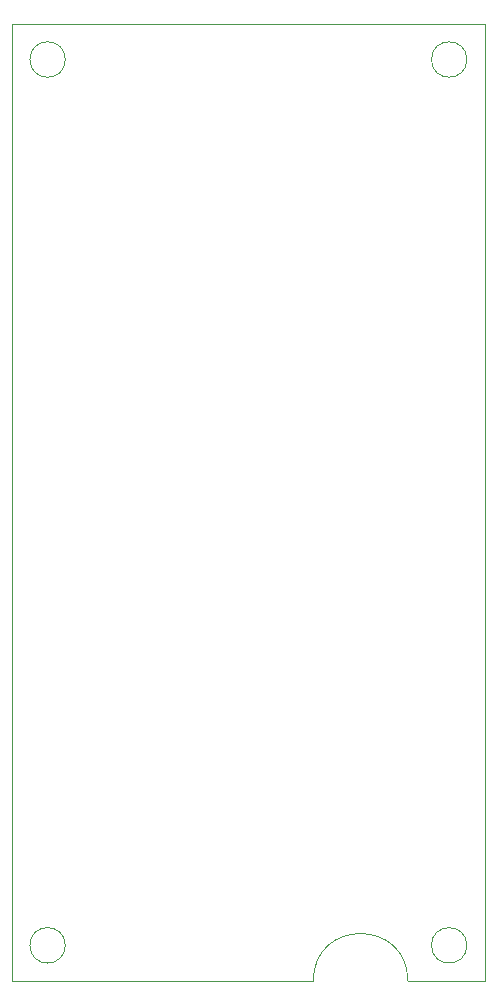
<source format=gbr>
%TF.GenerationSoftware,KiCad,Pcbnew,9.0.2*%
%TF.CreationDate,2025-12-20T20:47:09+01:00*%
%TF.ProjectId,Home sensor ESP32,486f6d65-2073-4656-9e73-6f7220455350,rev?*%
%TF.SameCoordinates,Original*%
%TF.FileFunction,Profile,NP*%
%FSLAX46Y46*%
G04 Gerber Fmt 4.6, Leading zero omitted, Abs format (unit mm)*
G04 Created by KiCad (PCBNEW 9.0.2) date 2025-12-20 20:47:09*
%MOMM*%
%LPD*%
G01*
G04 APERTURE LIST*
%TA.AperFunction,Profile*%
%ADD10C,0.050000*%
%TD*%
G04 APERTURE END LIST*
D10*
X93500000Y-117000000D02*
X68000000Y-117000000D01*
X108000000Y-117000000D02*
X101500000Y-117000000D01*
X68000000Y-36000000D02*
X68000000Y-117000000D01*
X108000000Y-36000000D02*
X68000000Y-36000000D01*
X108000000Y-117000000D02*
X108000000Y-36000000D01*
X93500000Y-117000000D02*
G75*
G02*
X101500000Y-117000000I4000000J0D01*
G01*
X106500000Y-39000000D02*
G75*
G02*
X103500000Y-39000000I-1500000J0D01*
G01*
X103500000Y-39000000D02*
G75*
G02*
X106500000Y-39000000I1500000J0D01*
G01*
X72500000Y-114000000D02*
G75*
G02*
X69500000Y-114000000I-1500000J0D01*
G01*
X69500000Y-114000000D02*
G75*
G02*
X72500000Y-114000000I1500000J0D01*
G01*
X72500000Y-39000000D02*
G75*
G02*
X69500000Y-39000000I-1500000J0D01*
G01*
X69500000Y-39000000D02*
G75*
G02*
X72500000Y-39000000I1500000J0D01*
G01*
X106500000Y-114000000D02*
G75*
G02*
X103500000Y-114000000I-1500000J0D01*
G01*
X103500000Y-114000000D02*
G75*
G02*
X106500000Y-114000000I1500000J0D01*
G01*
M02*

</source>
